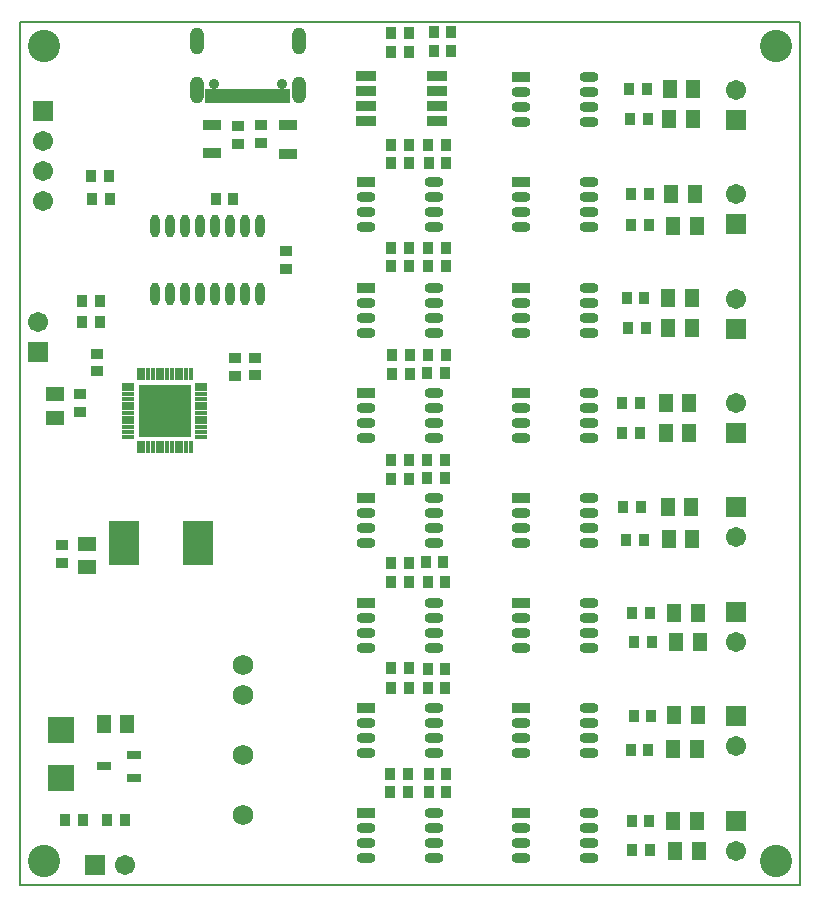
<source format=gts>
%FSLAX25Y25*%
%MOIN*%
G70*
G01*
G75*
G04 Layer_Color=8388736*
%ADD10C,0.01000*%
%ADD11C,0.00800*%
%ADD12C,0.02000*%
%ADD13R,0.02756X0.03347*%
%ADD14R,0.03937X0.05118*%
%ADD15R,0.07874X0.07874*%
%ADD16R,0.17323X0.17323*%
%ADD17R,0.03937X0.00787*%
%ADD18R,0.00787X0.03937*%
%ADD19O,0.02205X0.06870*%
%ADD20R,0.03347X0.02756*%
%ADD21R,0.01181X0.03937*%
%ADD22R,0.05315X0.02559*%
%ADD23R,0.05118X0.03937*%
%ADD24R,0.09543X0.14252*%
%ADD25R,0.03937X0.02362*%
%ADD26O,0.05500X0.02500*%
%ADD27R,0.05500X0.02500*%
%ADD28R,0.05906X0.02500*%
%ADD29C,0.00500*%
%ADD30C,0.09961*%
%ADD31R,0.05906X0.05906*%
%ADD32C,0.05906*%
%ADD33R,0.05906X0.05906*%
%ADD34O,0.03937X0.08268*%
%ADD35C,0.02638*%
%ADD36C,0.06496*%
%ADD37C,0.02000*%
%ADD38C,0.03000*%
%ADD39R,0.02362X0.03937*%
%ADD40R,0.07874X0.07874*%
%ADD41C,0.01181*%
%ADD42C,0.00700*%
%ADD43C,0.00787*%
%ADD44C,0.00600*%
%ADD45R,0.03556X0.04147*%
%ADD46R,0.04737X0.05918*%
%ADD47R,0.08674X0.08674*%
%ADD48R,0.17717X0.17717*%
%ADD49R,0.04331X0.01181*%
%ADD50R,0.01181X0.04331*%
%ADD51O,0.03005X0.07670*%
%ADD52R,0.04147X0.03556*%
%ADD53R,0.01981X0.04737*%
%ADD54R,0.06115X0.03359*%
%ADD55R,0.05918X0.04737*%
%ADD56R,0.10343X0.15052*%
%ADD57R,0.04737X0.03162*%
%ADD58O,0.06300X0.03300*%
%ADD59R,0.06300X0.03300*%
%ADD60R,0.06706X0.03300*%
%ADD61C,0.10761*%
%ADD62R,0.06706X0.06706*%
%ADD63C,0.06706*%
%ADD64R,0.06706X0.06706*%
%ADD65O,0.04737X0.09068*%
%ADD66C,0.03438*%
%ADD67C,0.06890*%
D29*
X-259842Y287402D02*
X0D01*
Y0D02*
Y287402D01*
X-259842Y0D02*
X0D01*
X-259842D02*
Y287402D01*
D45*
X-49494Y56300D02*
D03*
X-55400D02*
D03*
X-52895Y125800D02*
D03*
X-58800D02*
D03*
X-50195Y21300D02*
D03*
X-56100D02*
D03*
X-49894Y90400D02*
D03*
X-55800D02*
D03*
X-56300Y230100D02*
D03*
X-50394D02*
D03*
X-59200Y160400D02*
D03*
X-53294D02*
D03*
X-56900Y265100D02*
D03*
X-50994D02*
D03*
X-57700Y195400D02*
D03*
X-51794D02*
D03*
X-230400Y236235D02*
D03*
X-236305D02*
D03*
X-229900Y228435D02*
D03*
X-235806D02*
D03*
X-188795Y228700D02*
D03*
X-194700D02*
D03*
X-239200Y187535D02*
D03*
X-233295D02*
D03*
X-233400Y194635D02*
D03*
X-239305D02*
D03*
X-231006Y21400D02*
D03*
X-225100D02*
D03*
X-238900Y21700D02*
D03*
X-244806D02*
D03*
X-130700Y36800D02*
D03*
X-136606D02*
D03*
X-130700Y30900D02*
D03*
X-136606D02*
D03*
X-117795D02*
D03*
X-123700D02*
D03*
Y36800D02*
D03*
X-117795D02*
D03*
X-130400Y72200D02*
D03*
X-136305D02*
D03*
X-130400Y65700D02*
D03*
X-136305D02*
D03*
X-118194Y65500D02*
D03*
X-124100D02*
D03*
Y72000D02*
D03*
X-118194D02*
D03*
X-130300Y107200D02*
D03*
X-136205D02*
D03*
X-118194Y101000D02*
D03*
X-124100D02*
D03*
X-130300Y100800D02*
D03*
X-136205D02*
D03*
X-118795Y107400D02*
D03*
X-124700D02*
D03*
X-130300Y141400D02*
D03*
X-136205D02*
D03*
X-130300Y135300D02*
D03*
X-136205D02*
D03*
X-118394Y135400D02*
D03*
X-124300D02*
D03*
Y141400D02*
D03*
X-118394D02*
D03*
X-136005Y176400D02*
D03*
X-130100D02*
D03*
X-136005Y170300D02*
D03*
X-130100D02*
D03*
X-124300Y170400D02*
D03*
X-118394D02*
D03*
X-118095Y176600D02*
D03*
X-124000D02*
D03*
X-136106Y212100D02*
D03*
X-130200D02*
D03*
X-136106Y206200D02*
D03*
X-130200D02*
D03*
X-124000Y212100D02*
D03*
X-118095D02*
D03*
X-124000Y206200D02*
D03*
X-118095D02*
D03*
X-136106Y246700D02*
D03*
X-130200D02*
D03*
X-136106Y240500D02*
D03*
X-130200D02*
D03*
X-123700D02*
D03*
X-117795D02*
D03*
X-117894Y246700D02*
D03*
X-123800D02*
D03*
X-136106Y284000D02*
D03*
X-130200D02*
D03*
X-136106Y277600D02*
D03*
X-130200D02*
D03*
X-122100Y277800D02*
D03*
X-116194D02*
D03*
Y284100D02*
D03*
X-122100D02*
D03*
X-50600Y255100D02*
D03*
X-56506D02*
D03*
X-50200Y219800D02*
D03*
X-56106D02*
D03*
X-51400Y185700D02*
D03*
X-57306D02*
D03*
X-53300Y150500D02*
D03*
X-59206D02*
D03*
X-58005Y115000D02*
D03*
X-52100D02*
D03*
X-55206Y81000D02*
D03*
X-49300D02*
D03*
X-56406Y44900D02*
D03*
X-50500D02*
D03*
X-55905Y11400D02*
D03*
X-50000D02*
D03*
D46*
X-36200Y125800D02*
D03*
X-44074D02*
D03*
X-43874Y195500D02*
D03*
X-36000D02*
D03*
X-224226Y53500D02*
D03*
X-232100D02*
D03*
X-43574Y255100D02*
D03*
X-35700D02*
D03*
X-43374Y265100D02*
D03*
X-35500D02*
D03*
X-42274Y219700D02*
D03*
X-34400D02*
D03*
X-42774Y230100D02*
D03*
X-34900D02*
D03*
X-43874Y185500D02*
D03*
X-36000D02*
D03*
X-44674Y150500D02*
D03*
X-36800D02*
D03*
X-44674Y160400D02*
D03*
X-36800D02*
D03*
X-35800Y115300D02*
D03*
X-43674D02*
D03*
X-33300Y80900D02*
D03*
X-41174D02*
D03*
X-34000Y90400D02*
D03*
X-41874D02*
D03*
X-34400Y45100D02*
D03*
X-42274D02*
D03*
X-33900Y56400D02*
D03*
X-41774D02*
D03*
X-33700Y11300D02*
D03*
X-41574D02*
D03*
X-34300Y21300D02*
D03*
X-42174D02*
D03*
D47*
X-246200Y51448D02*
D03*
Y35700D02*
D03*
D48*
X-211695Y157994D02*
D03*
D49*
X-223904Y166662D02*
D03*
Y165087D02*
D03*
Y163513D02*
D03*
Y161937D02*
D03*
Y160363D02*
D03*
Y158788D02*
D03*
Y157214D02*
D03*
Y155639D02*
D03*
Y154065D02*
D03*
Y152489D02*
D03*
Y150915D02*
D03*
Y149339D02*
D03*
X-199495D02*
D03*
Y150915D02*
D03*
Y152489D02*
D03*
Y154065D02*
D03*
Y155639D02*
D03*
Y157214D02*
D03*
Y158788D02*
D03*
Y160363D02*
D03*
Y161937D02*
D03*
Y163513D02*
D03*
Y165087D02*
D03*
Y166662D02*
D03*
D50*
X-203039Y145796D02*
D03*
X-204614D02*
D03*
X-206189D02*
D03*
X-207763D02*
D03*
X-209337D02*
D03*
X-210912D02*
D03*
X-212488D02*
D03*
X-214062D02*
D03*
X-215636D02*
D03*
X-217212D02*
D03*
X-218787D02*
D03*
X-220361D02*
D03*
Y170204D02*
D03*
X-218787D02*
D03*
X-217212D02*
D03*
X-215636D02*
D03*
X-214062D02*
D03*
X-212488D02*
D03*
X-210914D02*
D03*
X-209337D02*
D03*
X-207765D02*
D03*
X-206189D02*
D03*
X-204614D02*
D03*
X-203039D02*
D03*
D51*
X-179800Y219609D02*
D03*
X-184800D02*
D03*
X-189800D02*
D03*
X-194800D02*
D03*
X-199800D02*
D03*
X-204800D02*
D03*
X-209800D02*
D03*
X-214800D02*
D03*
X-179800Y196991D02*
D03*
X-184800D02*
D03*
X-189800D02*
D03*
X-194800D02*
D03*
X-199800D02*
D03*
X-204800D02*
D03*
X-209800D02*
D03*
X-214800D02*
D03*
D52*
X-171300Y205294D02*
D03*
Y211200D02*
D03*
X-187200Y246900D02*
D03*
Y252805D02*
D03*
X-179500Y247200D02*
D03*
Y253105D02*
D03*
X-234200Y171095D02*
D03*
Y177000D02*
D03*
X-240000Y163605D02*
D03*
Y157700D02*
D03*
X-188200Y169595D02*
D03*
Y175500D02*
D03*
X-181700Y175700D02*
D03*
Y169794D02*
D03*
X-246100Y107194D02*
D03*
Y113100D02*
D03*
D53*
X-196008Y262800D02*
D03*
X-197189D02*
D03*
X-194039D02*
D03*
X-192858D02*
D03*
X-190890D02*
D03*
X-188921D02*
D03*
X-186953D02*
D03*
X-184984D02*
D03*
X-183016D02*
D03*
X-181047D02*
D03*
X-179079D02*
D03*
X-177110D02*
D03*
X-175142D02*
D03*
X-173961D02*
D03*
X-171992D02*
D03*
X-170811D02*
D03*
D54*
X-195800Y253349D02*
D03*
Y243900D02*
D03*
X-170500Y253149D02*
D03*
Y243700D02*
D03*
D55*
X-248200Y163474D02*
D03*
Y155600D02*
D03*
X-237600Y105826D02*
D03*
Y113700D02*
D03*
D56*
X-200585Y113800D02*
D03*
X-225215D02*
D03*
D57*
X-222100Y35500D02*
D03*
X-231943Y39437D02*
D03*
X-222100Y43374D02*
D03*
D58*
X-144700Y18800D02*
D03*
X-122062D02*
D03*
X-144700Y8800D02*
D03*
Y13800D02*
D03*
X-122062Y8800D02*
D03*
Y23800D02*
D03*
Y13800D02*
D03*
X-144700Y53843D02*
D03*
X-122062D02*
D03*
X-144700Y43843D02*
D03*
Y48843D02*
D03*
X-122062Y43843D02*
D03*
Y58843D02*
D03*
Y48843D02*
D03*
X-144700Y88886D02*
D03*
X-122062D02*
D03*
X-144700Y78886D02*
D03*
Y83886D02*
D03*
X-122062Y78886D02*
D03*
Y93886D02*
D03*
Y83886D02*
D03*
X-144700Y123928D02*
D03*
X-122062D02*
D03*
X-144700Y113928D02*
D03*
Y118929D02*
D03*
X-122062Y113928D02*
D03*
Y128928D02*
D03*
Y118929D02*
D03*
X-144700Y158971D02*
D03*
X-122062D02*
D03*
X-144700Y148971D02*
D03*
Y153971D02*
D03*
X-122062Y148971D02*
D03*
Y163971D02*
D03*
Y153971D02*
D03*
X-144700Y194014D02*
D03*
X-122062D02*
D03*
X-144700Y184014D02*
D03*
Y189014D02*
D03*
X-122062Y184014D02*
D03*
Y199014D02*
D03*
Y189014D02*
D03*
X-144700Y229057D02*
D03*
X-122062D02*
D03*
X-144700Y219057D02*
D03*
Y224057D02*
D03*
X-122062Y219057D02*
D03*
Y234057D02*
D03*
Y224057D02*
D03*
X-93000Y264100D02*
D03*
X-70362D02*
D03*
X-93000Y254100D02*
D03*
Y259100D02*
D03*
X-70362Y254100D02*
D03*
Y269100D02*
D03*
Y259100D02*
D03*
X-93000Y229057D02*
D03*
X-70362D02*
D03*
X-93000Y219057D02*
D03*
Y224057D02*
D03*
X-70362Y219057D02*
D03*
Y234057D02*
D03*
Y224057D02*
D03*
X-93000Y194014D02*
D03*
X-70362D02*
D03*
X-93000Y184014D02*
D03*
Y189014D02*
D03*
X-70362Y184014D02*
D03*
Y199014D02*
D03*
Y189014D02*
D03*
X-93000Y158971D02*
D03*
X-70362D02*
D03*
X-93000Y148971D02*
D03*
Y153971D02*
D03*
X-70362Y148971D02*
D03*
Y163971D02*
D03*
Y153971D02*
D03*
X-93000Y123928D02*
D03*
X-70362D02*
D03*
X-93000Y113928D02*
D03*
Y118929D02*
D03*
X-70362Y113928D02*
D03*
Y128928D02*
D03*
Y118929D02*
D03*
X-93000Y88886D02*
D03*
X-70362D02*
D03*
X-93000Y78886D02*
D03*
Y83886D02*
D03*
X-70362Y78886D02*
D03*
Y93886D02*
D03*
Y83886D02*
D03*
X-93000Y53843D02*
D03*
X-70362D02*
D03*
X-93000Y43843D02*
D03*
Y48843D02*
D03*
X-70362Y43843D02*
D03*
Y58843D02*
D03*
Y48843D02*
D03*
X-93000Y18800D02*
D03*
X-70362D02*
D03*
X-93000Y8800D02*
D03*
Y13800D02*
D03*
X-70362Y8800D02*
D03*
Y23800D02*
D03*
Y13800D02*
D03*
D59*
X-144700Y23800D02*
D03*
Y58843D02*
D03*
Y93886D02*
D03*
Y128928D02*
D03*
Y163971D02*
D03*
Y199014D02*
D03*
Y234057D02*
D03*
X-93000Y269100D02*
D03*
Y234057D02*
D03*
Y199014D02*
D03*
Y163971D02*
D03*
Y128928D02*
D03*
Y93886D02*
D03*
Y58843D02*
D03*
Y23800D02*
D03*
D60*
X-144497Y259417D02*
D03*
Y254417D02*
D03*
X-120875Y269417D02*
D03*
Y264417D02*
D03*
Y259417D02*
D03*
Y254417D02*
D03*
X-144497Y269417D02*
D03*
Y264417D02*
D03*
D61*
X-251969Y7874D02*
D03*
Y279528D02*
D03*
X-7874D02*
D03*
Y7874D02*
D03*
D62*
X-21400Y56114D02*
D03*
Y125743D02*
D03*
Y21300D02*
D03*
Y90929D02*
D03*
Y150557D02*
D03*
Y255000D02*
D03*
Y185371D02*
D03*
X-254100Y177500D02*
D03*
X-252200Y257800D02*
D03*
X-21400Y220186D02*
D03*
D63*
Y46114D02*
D03*
Y115743D02*
D03*
Y11300D02*
D03*
Y80929D02*
D03*
Y160557D02*
D03*
Y265000D02*
D03*
Y195371D02*
D03*
X-254100Y187500D02*
D03*
X-252200Y247800D02*
D03*
Y237800D02*
D03*
Y227800D02*
D03*
X-21400Y230186D02*
D03*
X-225000Y6700D02*
D03*
D64*
X-235000D02*
D03*
D65*
X-166992Y281238D02*
D03*
Y264900D02*
D03*
X-201008Y281238D02*
D03*
Y264900D02*
D03*
D66*
X-195378Y266868D02*
D03*
X-172622D02*
D03*
D67*
X-185600Y73300D02*
D03*
Y63300D02*
D03*
Y43300D02*
D03*
Y23300D02*
D03*
M02*

</source>
